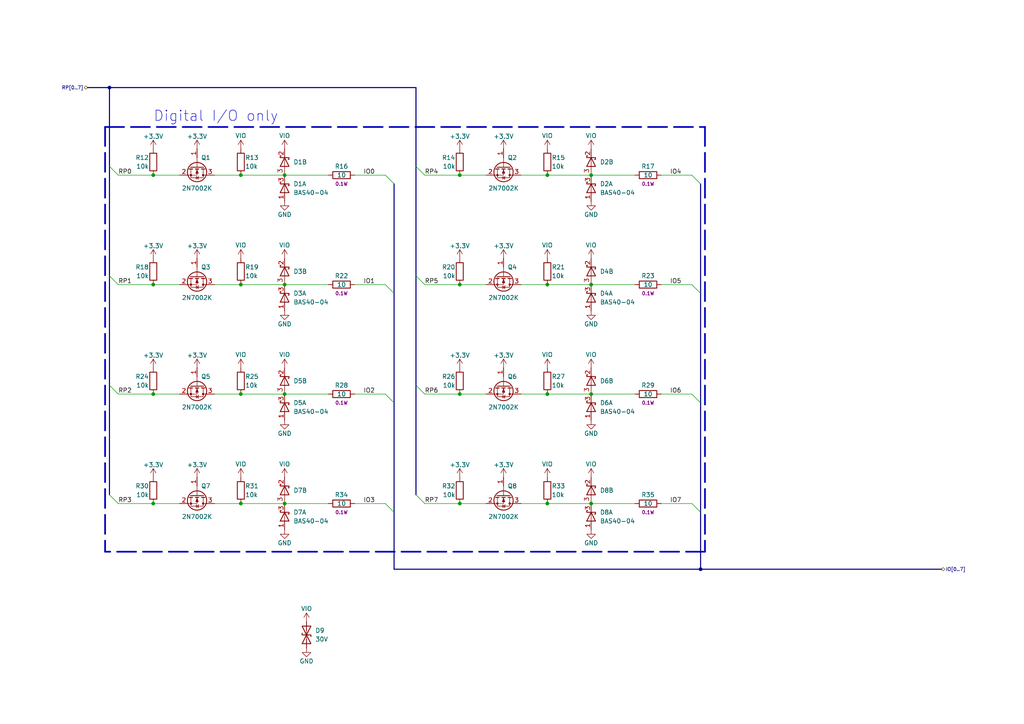
<source format=kicad_sch>
(kicad_sch (version 20211123) (generator eeschema)
  (paper "A4")
  (title_block (title "[canbrd] CAN IO board") (date "2022-10-08") (rev "3.2"))
  (lib_symbols
    (symbol "Device:D_Schottky_Dual_Series_AKC_Split" (pin_names (offset 0.762) hide)
      (property "Reference" "D" (at 0 2.54 0))
      (property "Value" "D_Schottky_Dual_Series_AKC_Split" (at 0 -2.54 0))
      (symbol "D_Schottky_Dual_Series_AKC_Split_0_1"
        (polyline (pts (xy -1.27 1.27) (xy 1.27 0) (xy -1.27 -1.27) (xy -1.27 1.27) (xy -1.27 1.27) (xy -1.27 1.27)) (stroke (width 0.254)))
        (polyline (pts (xy 1.778 1.016) (xy 1.778 1.27) (xy 1.27 1.27) (xy 1.27 -1.27) (xy 0.762 -1.27) (xy 0.762 -1.016)) (stroke (width 0.254)))
      )
      (symbol "D_Schottky_Dual_Series_AKC_Split_1_1"
        (polyline (pts (xy 1.27 0) (xy -1.27 0)))
        (pin passive line (at -3.81 0 0) (length 2.54) (name "A") (number "1"))
        (pin passive line (at 3.81 0 180) (length 2.54) (name "K") (number "3"))
      )
      (symbol "D_Schottky_Dual_Series_AKC_Split_2_0"
        (polyline (pts (xy 1.27 0) (xy -3.81 0)))
        (text "3" (at -2.54 1.27 0) (effects (font (size 1.27 1.27))))
      )
      (symbol "D_Schottky_Dual_Series_AKC_Split_2_1"
        (pin passive line (at 3.81 0 180) (length 2.54) (name "K") (number "2"))
      )
    )
    (symbol "Device:D_TVS" (pin_numbers hide) (pin_names (offset 1.016) hide)
      (property "Reference" "D" (at 0 2.54 0))
      (property "Value" "D_TVS" (at 0 -2.54 0))
      (symbol "D_TVS_0_1"
        (polyline (pts (xy 1.27 0) (xy -1.27 0)))
        (polyline (pts (xy 0.508 1.27) (xy 0 1.27) (xy 0 -1.27) (xy -0.508 -1.27)) (stroke (width 0.254)))
        (polyline (pts (xy -2.54 1.27) (xy -2.54 -1.27) (xy 2.54 1.27) (xy 2.54 -1.27) (xy -2.54 1.27)) (stroke (width 0.254)))
      )
      (symbol "D_TVS_1_1"
        (pin passive line (at -3.81 0 0) (length 2.54) (name "A1") (number "1"))
        (pin passive line (at 3.81 0 180) (length 2.54) (name "A2") (number "2"))
      )
    )
    (symbol "Device:R" (pin_numbers hide) (pin_names (offset 0))
      (property "Reference" "R" (at 2.032 0 90))
      (property "Value" "R" (at 0 0 90))
      (symbol "R_0_1"
        (rectangle (start -1.016 -2.54) (end 1.016 2.54) (stroke (width 0.254)))
      )
      (symbol "R_1_1"
        (pin passive line (at 0 3.81 270) (length 1.27) (name "~") (number "1"))
        (pin passive line (at 0 -3.81 90) (length 1.27) (name "~") (number "2"))
      )
    )
    (symbol "Transistor_FET:2N7002K" (pin_names hide)
      (property "Reference" "Q" (at 5.08 1.905 0))
      (property "Value" "2N7002K" (at 5.08 0 0))
      (symbol "2N7002K_0_1"
        (polyline (pts (xy 0.254 0) (xy -2.54 0)))
        (polyline (pts (xy 0.254 1.905) (xy 0.254 -1.905)) (stroke (width 0.254)))
        (polyline (pts (xy 0.762 -1.27) (xy 0.762 -2.286)) (stroke (width 0.254)))
        (polyline (pts (xy 0.762 0.508) (xy 0.762 -0.508)) (stroke (width 0.254)))
        (polyline (pts (xy 0.762 2.286) (xy 0.762 1.27)) (stroke (width 0.254)))
        (polyline (pts (xy 2.54 2.54) (xy 2.54 1.778)))
        (polyline (pts (xy 2.54 -2.54) (xy 2.54 0) (xy 0.762 0)))
        (polyline (pts (xy 0.762 -1.778) (xy 3.302 -1.778) (xy 3.302 1.778) (xy 0.762 1.778)))
        (polyline (pts (xy 1.016 0) (xy 2.032 0.381) (xy 2.032 -0.381) (xy 1.016 0)) (fill (type outline)))
        (polyline (pts (xy 2.794 0.508) (xy 2.921 0.381) (xy 3.683 0.381) (xy 3.81 0.254)))
        (polyline (pts (xy 3.302 0.381) (xy 2.921 -0.254) (xy 3.683 -0.254) (xy 3.302 0.381)))
        (circle (center 1.651 0) (radius 2.794) (stroke (width 0.254)))
        (circle (center 2.54 -1.778) (radius 0.254) (fill (type outline)))
        (circle (center 2.54 1.778) (radius 0.254) (fill (type outline)))
      )
      (symbol "2N7002K_1_1"
        (pin input line (at -5.08 0 0) (length 2.54) (name "G") (number "1"))
        (pin passive line (at 2.54 -5.08 90) (length 2.54) (name "S") (number "2"))
        (pin passive line (at 2.54 5.08 270) (length 2.54) (name "D") (number "3"))
      )
    )
    (symbol "power:+3.3V" (power) (pin_names (offset 0))
      (property "Value" "+3.3V" (at 0 3.556 0))
      (symbol "+3.3V_0_1"
        (polyline (pts (xy -0.762 1.27) (xy 0 2.54)))
        (polyline (pts (xy 0 0) (xy 0 2.54)))
        (polyline (pts (xy 0 2.54) (xy 0.762 1.27)))
      )
      (symbol "+3.3V_1_1"
        (pin power_in line (at 0 0 90) (length 0) hide (name "+3.3V") (number "1"))
      )
    )
    (symbol "power:GND" (power) (pin_names (offset 0))
      (property "Value" "GND" (at 0 -3.81 0))
      (symbol "GND_0_1"
        (polyline (pts (xy 0 0) (xy 0 -1.27) (xy 1.27 -1.27) (xy 0 -2.54) (xy -1.27 -1.27) (xy 0 -1.27)))
      )
      (symbol "GND_1_1"
        (pin power_in line (at 0 0 270) (length 0) hide (name "GND") (number "1"))
      )
    )
    (symbol "power_symbols:VIO" (power) (pin_names (offset 0))
      (property "Value" "VIO" (at 0 3.556 0))
      (symbol "VIO_0_1"
        (polyline (pts (xy -0.762 1.27) (xy 0 2.54)))
        (polyline (pts (xy 0 0) (xy 0 2.54)))
        (polyline (pts (xy 0 2.54) (xy 0.762 1.27)))
      )
      (symbol "VIO_1_1"
        (pin power_in line (at 0 0 90) (length 0) hide (name "VIO") (number "1"))
      )
    )
  )
  (junction (at 44.45 146.05))
  (junction (at 158.75 114.3))
  (junction (at 158.75 50.8))
  (junction (at 82.55 146.05))
  (junction (at 44.45 114.3))
  (junction (at 158.75 146.05))
  (junction (at 69.85 50.8))
  (junction (at 133.35 114.3))
  (junction (at 158.75 82.55))
  (junction (at 69.85 114.3))
  (junction (at 82.55 82.55))
  (junction (at 171.45 50.8))
  (junction (at 171.45 146.05))
  (junction (at 133.35 146.05))
  (junction (at 69.85 146.05))
  (junction (at 31.75 25.4))
  (junction (at 82.55 114.3))
  (junction (at 69.85 82.55))
  (junction (at 44.45 50.8))
  (junction (at 171.45 114.3))
  (junction (at 133.35 50.8))
  (junction (at 203.2 165.1))
  (junction (at 133.35 82.55))
  (junction (at 82.55 50.8))
  (junction (at 171.45 82.55))
  (junction (at 44.45 82.55))
  (bus_entry (at 203.2 85.09) (size -2.54 -2.54))
  (bus_entry (at 114.3 116.84) (size -2.54 -2.54))
  (bus_entry (at 31.75 111.76) (size 2.54 2.54))
  (bus_entry (at 31.75 80.01) (size 2.54 2.54))
  (bus_entry (at 120.65 111.76) (size 2.54 2.54))
  (bus_entry (at 120.65 80.01) (size 2.54 2.54))
  (bus_entry (at 31.75 143.51) (size 2.54 2.54))
  (bus_entry (at 114.3 53.34) (size -2.54 -2.54))
  (bus_entry (at 31.75 48.26) (size 2.54 2.54))
  (bus_entry (at 203.2 148.59) (size -2.54 -2.54))
  (bus_entry (at 203.2 116.84) (size -2.54 -2.54))
  (bus_entry (at 120.65 48.26) (size 2.54 2.54))
  (bus_entry (at 114.3 148.59) (size -2.54 -2.54))
  (bus_entry (at 120.65 143.51) (size 2.54 2.54))
  (bus_entry (at 114.3 85.09) (size -2.54 -2.54))
  (bus_entry (at 203.2 53.34) (size -2.54 -2.54))
  (polyline (pts (xy 204.47 160.02) (xy 30.48 160.02)) (stroke (width 0.5)))
  (wire (pts (xy 34.29 82.55) (xy 44.45 82.55)))
  (wire (pts (xy 158.75 146.05) (xy 171.45 146.05)))
  (wire (pts (xy 69.85 82.55) (xy 82.55 82.55)))
  (wire (pts (xy 44.45 146.05) (xy 52.07 146.05)))
  (bus (pts (xy 120.65 111.76) (xy 120.65 143.51)))
  (wire (pts (xy 151.13 82.55) (xy 158.75 82.55)))
  (wire (pts (xy 44.45 82.55) (xy 52.07 82.55)))
  (polyline (pts (xy 204.47 36.83) (xy 204.47 160.02)) (stroke (width 0.5)))
  (wire (pts (xy 62.23 82.55) (xy 69.85 82.55)))
  (bus (pts (xy 31.75 111.76) (xy 31.75 143.51)))
  (wire (pts (xy 82.55 146.05) (xy 95.25 146.05)))
  (bus (pts (xy 31.75 25.4) (xy 120.65 25.4)))
  (wire (pts (xy 34.29 50.8) (xy 44.45 50.8)))
  (wire (pts (xy 62.23 50.8) (xy 69.85 50.8)))
  (bus (pts (xy 203.2 148.59) (xy 203.2 165.1)))
  (bus (pts (xy 114.3 116.84) (xy 114.3 148.59)))
  (wire (pts (xy 151.13 146.05) (xy 158.75 146.05)))
  (bus (pts (xy 203.2 53.34) (xy 203.2 85.09)))
  (wire (pts (xy 34.29 146.05) (xy 44.45 146.05)))
  (wire (pts (xy 123.19 82.55) (xy 133.35 82.55)))
  (wire (pts (xy 158.75 82.55) (xy 171.45 82.55)))
  (bus (pts (xy 114.3 85.09) (xy 114.3 116.84)))
  (wire (pts (xy 133.35 50.8) (xy 140.97 50.8)))
  (bus (pts (xy 120.65 48.26) (xy 120.65 80.01)))
  (wire (pts (xy 133.35 146.05) (xy 140.97 146.05)))
  (bus (pts (xy 120.65 25.4) (xy 120.65 48.26)))
  (wire (pts (xy 133.35 82.55) (xy 140.97 82.55)))
  (wire (pts (xy 191.77 50.8) (xy 200.66 50.8)))
  (bus (pts (xy 31.75 25.4) (xy 31.75 48.26)))
  (wire (pts (xy 191.77 114.3) (xy 200.66 114.3)))
  (wire (pts (xy 171.45 114.3) (xy 184.15 114.3)))
  (wire (pts (xy 171.45 50.8) (xy 184.15 50.8)))
  (wire (pts (xy 69.85 114.3) (xy 82.55 114.3)))
  (bus (pts (xy 203.2 165.1) (xy 273.05 165.1)))
  (wire (pts (xy 171.45 82.55) (xy 184.15 82.55)))
  (wire (pts (xy 171.45 146.05) (xy 184.15 146.05)))
  (wire (pts (xy 102.87 146.05) (xy 111.76 146.05)))
  (wire (pts (xy 34.29 114.3) (xy 44.45 114.3)))
  (bus (pts (xy 114.3 148.59) (xy 114.3 165.1)))
  (bus (pts (xy 120.65 80.01) (xy 120.65 111.76)))
  (wire (pts (xy 82.55 114.3) (xy 95.25 114.3)))
  (wire (pts (xy 69.85 146.05) (xy 82.55 146.05)))
  (wire (pts (xy 69.85 50.8) (xy 82.55 50.8)))
  (bus (pts (xy 203.2 85.09) (xy 203.2 116.84)))
  (polyline (pts (xy 30.48 36.83) (xy 204.47 36.83)) (stroke (width 0.5)))
  (bus (pts (xy 114.3 53.34) (xy 114.3 85.09)))
  (wire (pts (xy 102.87 114.3) (xy 111.76 114.3)))
  (wire (pts (xy 62.23 146.05) (xy 69.85 146.05)))
  (bus (pts (xy 31.75 80.01) (xy 31.75 111.76)))
  (wire (pts (xy 158.75 114.3) (xy 171.45 114.3)))
  (wire (pts (xy 133.35 114.3) (xy 140.97 114.3)))
  (bus (pts (xy 31.75 48.26) (xy 31.75 80.01)))
  (wire (pts (xy 123.19 146.05) (xy 133.35 146.05)))
  (wire (pts (xy 191.77 146.05) (xy 200.66 146.05)))
  (wire (pts (xy 102.87 82.55) (xy 111.76 82.55)))
  (polyline (pts (xy 30.48 36.83) (xy 30.48 160.02)) (stroke (width 0.5)))
  (wire (pts (xy 151.13 114.3) (xy 158.75 114.3)))
  (wire (pts (xy 82.55 50.8) (xy 95.25 50.8)))
  (wire (pts (xy 62.23 114.3) (xy 69.85 114.3)))
  (wire (pts (xy 191.77 82.55) (xy 200.66 82.55)))
  (bus (pts (xy 203.2 116.84) (xy 203.2 148.59)))
  (wire (pts (xy 123.19 114.3) (xy 133.35 114.3)))
  (wire (pts (xy 82.55 82.55) (xy 95.25 82.55)))
  (bus (pts (xy 203.2 165.1) (xy 114.3 165.1)))
  (wire (pts (xy 44.45 50.8) (xy 52.07 50.8)))
  (wire (pts (xy 151.13 50.8) (xy 158.75 50.8)))
  (wire (pts (xy 44.45 114.3) (xy 52.07 114.3)))
  (wire (pts (xy 158.75 50.8) (xy 171.45 50.8)))
  (wire (pts (xy 102.87 50.8) (xy 111.76 50.8)))
  (bus (pts (xy 25.4 25.4) (xy 31.75 25.4)))
  (wire (pts (xy 123.19 50.8) (xy 133.35 50.8)))
  (text "Digital I/O only" (at 44.45 35.56 0) (effects (font (size 3 3)) (justify left bottom)))
  (label "IO6" (at 194.31 114.3 0))
  (label "RP4" (at 123.19 50.8 0))
  (label "RP2" (at 34.29 114.3 0))
  (label "IO5" (at 194.31 82.55 0))
  (label "IO7" (at 194.31 146.05 0))
  (label "RP1" (at 34.29 82.55 0))
  (label "IO2" (at 105.41 114.3 0))
  (label "RP0" (at 34.29 50.8 0))
  (label "IO0" (at 105.41 50.8 0))
  (label "IO1" (at 105.41 82.55 0))
  (label "IO3" (at 105.41 146.05 0))
  (label "RP6" (at 123.19 114.3 0))
  (label "RP3" (at 34.29 146.05 0))
  (label "RP5" (at 123.19 82.55 0))
  (label "RP7" (at 123.19 146.05 0))
  (label "IO4" (at 194.31 50.8 0))
  (hierarchical_label "IO[0..7]" (shape bidirectional) (at 273.05 165.1 0) (effects (font (size 1 1))))
  (hierarchical_label "RP[0..7]" (shape bidirectional) (at 25.4 25.4 180) (effects (font (size 1 1))))
  (symbol (lib_id "Device:D_Schottky_Dual_Series_AKC_Split") (at 82.55 46.99 90) (unit 2)
    (property "Reference" "D1" (at 85.09 46.99 90) (effects (justify right)))
    (property "Value" "BAS40-04" (effects hide))
    (property "Footprint" "Package_TO_SOT_SMD:SOT-23" (effects hide))
  )
  (symbol (lib_id "Transistor_FET:2N7002K") (at 57.15 80.01 270) (unit 1)
    (property "Reference" "Q3" (at 59.69 77.47 90))
    (property "Value" "2N7002K" (at 57.15 86.36 90))
    (property "Footprint" "Package_TO_SOT_SMD:SOT-23" (effects hide))
    (property "Datasheet" "https://www.diodes.com/assets/Datasheets/ds30896.pdf" (effects hide))
  )
  (symbol (lib_id "power_symbols:VIO") (at 158.75 74.93 0) (unit 1)
    (property "Reference" "#PWR044" (effects hide))
    (property "Value" "VIO" (at 158.75 71.12 0))
  )
  (symbol (lib_id "Device:D_Schottky_Dual_Series_AKC_Split") (at 171.45 86.36 90) (unit 1)
    (property "Reference" "D4" (at 173.99 85.09 90) (effects (justify right)))
    (property "Value" "BAS40-04" (at 173.99 87.63 90) (effects (justify right)))
    (property "Footprint" "Package_TO_SOT_SMD:SOT-23" (effects hide))
  )
  (symbol (lib_id "Device:R") (at 44.45 78.74 0) (mirror y) (unit 1)
    (property "Reference" "R18" (at 43.18 77.47 0) (effects (justify left)))
    (property "Value" "10k" (at 43.18 80.01 0) (effects (justify left)))
    (property "Footprint" "Resistor_SMD:R_0603_1608Metric" (effects hide))
  )
  (symbol (lib_id "power_symbols:VIO") (at 69.85 106.68 0) (unit 1)
    (property "Reference" "#PWR050" (effects hide))
    (property "Value" "VIO" (at 69.85 102.87 0))
  )
  (symbol (lib_id "power:GND") (at 171.45 121.92 0) (unit 1)
    (property "Reference" "#PWR057" (effects hide))
    (property "Value" "GND" (at 171.45 125.73 0))
  )
  (symbol (lib_id "power_symbols:VIO") (at 171.45 74.93 0) (unit 1)
    (property "Reference" "#PWR045" (effects hide))
    (property "Value" "VIO" (at 171.45 71.12 0))
  )
  (symbol (lib_id "Device:D_Schottky_Dual_Series_AKC_Split") (at 82.55 78.74 90) (unit 2)
    (property "Reference" "D3" (at 85.09 78.74 90) (effects (justify right)))
    (property "Value" "BAS40-04" (effects hide))
    (property "Footprint" "Package_TO_SOT_SMD:SOT-23" (effects hide))
  )
  (symbol (lib_id "power_symbols:VIO") (at 158.75 106.68 0) (unit 1)
    (property "Reference" "#PWR054" (effects hide))
    (property "Value" "VIO" (at 158.75 102.87 0))
  )
  (symbol (lib_id "Device:R") (at 187.96 114.3 90) (unit 1)
    (property "Reference" "R29" (at 187.96 111.76 90))
    (property "Value" "10" (at 187.96 114.3 90))
    (property "Footprint" "Resistor_SMD:R_0603_1608Metric" (effects hide))
    (property "Power" "0.1W" (at 187.96 116.84 90) (effects (font (size 1 1))))
  )
  (symbol (lib_id "power_symbols:VIO") (at 158.75 138.43 0) (unit 1)
    (property "Reference" "#PWR064" (effects hide))
    (property "Value" "VIO" (at 158.75 134.62 0))
  )
  (symbol (lib_id "power_symbols:VIO") (at 171.45 43.18 0) (unit 1)
    (property "Reference" "#PWR035" (effects hide))
    (property "Value" "VIO" (at 171.45 39.37 0))
  )
  (symbol (lib_id "Device:D_TVS") (at 88.9 184.15 90) (unit 1)
    (property "Reference" "D9" (at 91.44 182.8799 90) (effects (justify right)))
    (property "Value" "30V" (at 91.44 185.4199 90) (effects (justify right)))
    (property "Footprint" "Diode_SMD:D_SMB" (effects hide))
  )
  (symbol (lib_id "Device:D_Schottky_Dual_Series_AKC_Split") (at 171.45 149.86 90) (unit 1)
    (property "Reference" "D8" (at 173.99 148.59 90) (effects (justify right)))
    (property "Value" "BAS40-04" (at 173.99 151.13 90) (effects (justify right)))
    (property "Footprint" "Package_TO_SOT_SMD:SOT-23" (effects hide))
  )
  (symbol (lib_id "Device:R") (at 187.96 82.55 90) (unit 1)
    (property "Reference" "R23" (at 187.96 80.01 90))
    (property "Value" "10" (at 187.96 82.55 90))
    (property "Footprint" "Resistor_SMD:R_0603_1608Metric" (effects hide))
    (property "Power" "0.1W" (at 187.96 85.09 90) (effects (font (size 1 1))))
  )
  (symbol (lib_id "Device:D_Schottky_Dual_Series_AKC_Split") (at 82.55 110.49 90) (unit 2)
    (property "Reference" "D5" (at 85.09 110.49 90) (effects (justify right)))
    (property "Value" "BAS40-04" (effects hide))
    (property "Footprint" "Package_TO_SOT_SMD:SOT-23" (effects hide))
  )
  (symbol (lib_id "power_symbols:VIO") (at 171.45 138.43 0) (unit 1)
    (property "Reference" "#PWR065" (effects hide))
    (property "Value" "VIO" (at 171.45 134.62 0))
  )
  (symbol (lib_id "Device:D_Schottky_Dual_Series_AKC_Split") (at 82.55 118.11 90) (unit 1)
    (property "Reference" "D5" (at 85.09 116.84 90) (effects (justify right)))
    (property "Value" "BAS40-04" (at 85.09 119.38 90) (effects (justify right)))
    (property "Footprint" "Package_TO_SOT_SMD:SOT-23" (effects hide))
  )
  (symbol (lib_id "Device:R") (at 44.45 110.49 0) (mirror y) (unit 1)
    (property "Reference" "R24" (at 43.18 109.22 0) (effects (justify left)))
    (property "Value" "10k" (at 43.18 111.76 0) (effects (justify left)))
    (property "Footprint" "Resistor_SMD:R_0603_1608Metric" (effects hide))
  )
  (symbol (lib_id "Device:R") (at 158.75 78.74 0) (unit 1)
    (property "Reference" "R21" (at 160.02 77.47 0) (effects (justify left)))
    (property "Value" "10k" (at 160.02 80.01 0) (effects (justify left)))
    (property "Footprint" "Resistor_SMD:R_0603_1608Metric" (effects hide))
  )
  (symbol (lib_id "power:+3.3V") (at 133.35 43.18 0) (unit 1)
    (property "Reference" "#PWR032" (effects hide))
    (property "Value" "+3.3V" (at 133.35 39.5755 0))
  )
  (symbol (lib_id "Transistor_FET:2N7002K") (at 57.15 48.26 270) (unit 1)
    (property "Reference" "Q1" (at 59.69 45.72 90))
    (property "Value" "2N7002K" (at 57.15 54.61 90))
    (property "Footprint" "Package_TO_SOT_SMD:SOT-23" (effects hide))
    (property "Datasheet" "https://www.diodes.com/assets/Datasheets/ds30896.pdf" (effects hide))
  )
  (symbol (lib_id "Transistor_FET:2N7002K") (at 146.05 111.76 270) (unit 1)
    (property "Reference" "Q6" (at 148.59 109.22 90))
    (property "Value" "2N7002K" (at 146.05 118.11 90))
    (property "Footprint" "Package_TO_SOT_SMD:SOT-23" (effects hide))
    (property "Datasheet" "https://www.diodes.com/assets/Datasheets/ds30896.pdf" (effects hide))
  )
  (symbol (lib_id "Device:D_Schottky_Dual_Series_AKC_Split") (at 171.45 78.74 90) (unit 2)
    (property "Reference" "D4" (at 173.99 78.74 90) (effects (justify right)))
    (property "Value" "BAS40-04" (effects hide))
    (property "Footprint" "Package_TO_SOT_SMD:SOT-23" (effects hide))
  )
  (symbol (lib_id "Device:R") (at 187.96 146.05 90) (unit 1)
    (property "Reference" "R35" (at 187.96 143.51 90))
    (property "Value" "10" (at 187.96 146.05 90))
    (property "Footprint" "Resistor_SMD:R_0603_1608Metric" (effects hide))
    (property "Power" "0.1W" (at 187.96 148.59 90) (effects (font (size 1 1))))
  )
  (symbol (lib_id "Device:R") (at 69.85 46.99 0) (unit 1)
    (property "Reference" "R13" (at 71.12 45.72 0) (effects (justify left)))
    (property "Value" "10k" (at 71.12 48.26 0) (effects (justify left)))
    (property "Footprint" "Resistor_SMD:R_0603_1608Metric" (effects hide))
  )
  (symbol (lib_id "power_symbols:VIO") (at 69.85 74.93 0) (unit 1)
    (property "Reference" "#PWR040" (effects hide))
    (property "Value" "VIO" (at 69.85 71.12 0))
  )
  (symbol (lib_id "Device:D_Schottky_Dual_Series_AKC_Split") (at 82.55 142.24 90) (unit 2)
    (property "Reference" "D7" (at 85.09 142.24 90) (effects (justify right)))
    (property "Value" "BAS40-04" (effects hide))
    (property "Footprint" "Package_TO_SOT_SMD:SOT-23" (effects hide))
  )
  (symbol (lib_id "Device:D_Schottky_Dual_Series_AKC_Split") (at 82.55 54.61 90) (unit 1)
    (property "Reference" "D1" (at 85.09 53.34 90) (effects (justify right)))
    (property "Value" "BAS40-04" (at 85.09 55.88 90) (effects (justify right)))
    (property "Footprint" "Package_TO_SOT_SMD:SOT-23" (effects hide))
  )
  (symbol (lib_id "Transistor_FET:2N7002K") (at 146.05 80.01 270) (unit 1)
    (property "Reference" "Q4" (at 148.59 77.47 90))
    (property "Value" "2N7002K" (at 146.05 86.36 90))
    (property "Footprint" "Package_TO_SOT_SMD:SOT-23" (effects hide))
    (property "Datasheet" "https://www.diodes.com/assets/Datasheets/ds30896.pdf" (effects hide))
  )
  (symbol (lib_id "Device:R") (at 99.06 82.55 90) (unit 1)
    (property "Reference" "R22" (at 99.06 80.01 90))
    (property "Value" "10" (at 99.06 82.55 90))
    (property "Footprint" "Resistor_SMD:R_0603_1608Metric" (effects hide))
    (property "Power" "0.1W" (at 99.06 85.09 90) (effects (font (size 1 1))))
  )
  (symbol (lib_id "power:GND") (at 82.55 90.17 0) (unit 1)
    (property "Reference" "#PWR046" (effects hide))
    (property "Value" "GND" (at 82.55 93.98 0))
  )
  (symbol (lib_id "Device:R") (at 99.06 146.05 90) (unit 1)
    (property "Reference" "R34" (at 99.06 143.51 90))
    (property "Value" "10" (at 99.06 146.05 90))
    (property "Footprint" "Resistor_SMD:R_0603_1608Metric" (effects hide))
    (property "Power" "0.1W" (at 99.06 148.59 90) (effects (font (size 1 1))))
  )
  (symbol (lib_id "Device:R") (at 99.06 114.3 90) (unit 1)
    (property "Reference" "R28" (at 99.06 111.76 90))
    (property "Value" "10" (at 99.06 114.3 90))
    (property "Footprint" "Resistor_SMD:R_0603_1608Metric" (effects hide))
    (property "Power" "0.1W" (at 99.06 116.84 90) (effects (font (size 1 1))))
  )
  (symbol (lib_id "power:+3.3V") (at 146.05 106.68 0) (unit 1)
    (property "Reference" "#PWR053" (effects hide))
    (property "Value" "+3.3V" (at 146.05 103.0755 0))
  )
  (symbol (lib_id "Transistor_FET:2N7002K") (at 146.05 48.26 270) (unit 1)
    (property "Reference" "Q2" (at 148.59 45.72 90))
    (property "Value" "2N7002K" (at 146.05 54.61 90))
    (property "Footprint" "Package_TO_SOT_SMD:SOT-23" (effects hide))
    (property "Datasheet" "https://www.diodes.com/assets/Datasheets/ds30896.pdf" (effects hide))
  )
  (symbol (lib_id "power:+3.3V") (at 146.05 74.93 0) (unit 1)
    (property "Reference" "#PWR043" (effects hide))
    (property "Value" "+3.3V" (at 146.05 71.3255 0))
  )
  (symbol (lib_id "power_symbols:VIO") (at 69.85 43.18 0) (unit 1)
    (property "Reference" "#PWR030" (effects hide))
    (property "Value" "VIO" (at 69.85 39.37 0))
  )
  (symbol (lib_id "power_symbols:VIO") (at 82.55 43.18 0) (unit 1)
    (property "Reference" "#PWR031" (effects hide))
    (property "Value" "VIO" (at 82.55 39.37 0))
  )
  (symbol (lib_id "power:GND") (at 171.45 58.42 0) (unit 1)
    (property "Reference" "#PWR037" (effects hide))
    (property "Value" "GND" (at 171.45 62.23 0))
  )
  (symbol (lib_id "Device:R") (at 44.45 142.24 0) (mirror y) (unit 1)
    (property "Reference" "R30" (at 43.18 140.97 0) (effects (justify left)))
    (property "Value" "10k" (at 43.18 143.51 0) (effects (justify left)))
    (property "Footprint" "Resistor_SMD:R_0603_1608Metric" (effects hide))
  )
  (symbol (lib_id "Device:R") (at 158.75 142.24 0) (unit 1)
    (property "Reference" "R33" (at 160.02 140.97 0) (effects (justify left)))
    (property "Value" "10k" (at 160.02 143.51 0) (effects (justify left)))
    (property "Footprint" "Resistor_SMD:R_0603_1608Metric" (effects hide))
  )
  (symbol (lib_id "power:+3.3V") (at 57.15 74.93 0) (unit 1)
    (property "Reference" "#PWR039" (effects hide))
    (property "Value" "+3.3V" (at 57.15 71.3255 0))
  )
  (symbol (lib_id "Device:D_Schottky_Dual_Series_AKC_Split") (at 171.45 46.99 90) (unit 2)
    (property "Reference" "D2" (at 173.99 46.99 90) (effects (justify right)))
    (property "Value" "BAS40-04" (effects hide))
    (property "Footprint" "Package_TO_SOT_SMD:SOT-23" (effects hide))
  )
  (symbol (lib_id "power:+3.3V") (at 44.45 43.18 0) (unit 1)
    (property "Reference" "#PWR028" (effects hide))
    (property "Value" "+3.3V" (at 44.45 39.5755 0))
  )
  (symbol (lib_id "power:GND") (at 82.55 121.92 0) (unit 1)
    (property "Reference" "#PWR056" (effects hide))
    (property "Value" "GND" (at 82.55 125.73 0))
  )
  (symbol (lib_id "Device:D_Schottky_Dual_Series_AKC_Split") (at 82.55 149.86 90) (unit 1)
    (property "Reference" "D7" (at 85.09 148.59 90) (effects (justify right)))
    (property "Value" "BAS40-04" (at 85.09 151.13 90) (effects (justify right)))
    (property "Footprint" "Package_TO_SOT_SMD:SOT-23" (effects hide))
  )
  (symbol (lib_id "Transistor_FET:2N7002K") (at 146.05 143.51 270) (unit 1)
    (property "Reference" "Q8" (at 148.59 140.97 90))
    (property "Value" "2N7002K" (at 146.05 149.86 90))
    (property "Footprint" "Package_TO_SOT_SMD:SOT-23" (effects hide))
    (property "Datasheet" "https://www.diodes.com/assets/Datasheets/ds30896.pdf" (effects hide))
  )
  (symbol (lib_id "power:+3.3V") (at 57.15 138.43 0) (unit 1)
    (property "Reference" "#PWR059" (effects hide))
    (property "Value" "+3.3V" (at 57.15 134.8255 0))
  )
  (symbol (lib_id "power:+3.3V") (at 146.05 43.18 0) (unit 1)
    (property "Reference" "#PWR033" (effects hide))
    (property "Value" "+3.3V" (at 146.05 39.5755 0))
  )
  (symbol (lib_id "power_symbols:VIO") (at 82.55 106.68 0) (unit 1)
    (property "Reference" "#PWR051" (effects hide))
    (property "Value" "VIO" (at 82.55 102.87 0))
  )
  (symbol (lib_id "power:GND") (at 82.55 153.67 0) (unit 1)
    (property "Reference" "#PWR066" (effects hide))
    (property "Value" "GND" (at 82.55 157.48 0))
  )
  (symbol (lib_id "Device:R") (at 44.45 46.99 0) (mirror y) (unit 1)
    (property "Reference" "R12" (at 43.18 45.72 0) (effects (justify left)))
    (property "Value" "10k" (at 43.18 48.26 0) (effects (justify left)))
    (property "Footprint" "Resistor_SMD:R_0603_1608Metric" (effects hide))
  )
  (symbol (lib_id "Device:D_Schottky_Dual_Series_AKC_Split") (at 171.45 118.11 90) (unit 1)
    (property "Reference" "D6" (at 173.99 116.84 90) (effects (justify right)))
    (property "Value" "BAS40-04" (at 173.99 119.38 90) (effects (justify right)))
    (property "Footprint" "Package_TO_SOT_SMD:SOT-23" (effects hide))
  )
  (symbol (lib_id "Transistor_FET:2N7002K") (at 57.15 111.76 270) (unit 1)
    (property "Reference" "Q5" (at 59.69 109.22 90))
    (property "Value" "2N7002K" (at 57.15 118.11 90))
    (property "Footprint" "Package_TO_SOT_SMD:SOT-23" (effects hide))
    (property "Datasheet" "https://www.diodes.com/assets/Datasheets/ds30896.pdf" (effects hide))
  )
  (symbol (lib_id "Device:R") (at 158.75 46.99 0) (unit 1)
    (property "Reference" "R15" (at 160.02 45.72 0) (effects (justify left)))
    (property "Value" "10k" (at 160.02 48.26 0) (effects (justify left)))
    (property "Footprint" "Resistor_SMD:R_0603_1608Metric" (effects hide))
  )
  (symbol (lib_id "power_symbols:VIO") (at 82.55 138.43 0) (unit 1)
    (property "Reference" "#PWR061" (effects hide))
    (property "Value" "VIO" (at 82.55 134.62 0))
  )
  (symbol (lib_id "power:+3.3V") (at 44.45 74.93 0) (unit 1)
    (property "Reference" "#PWR038" (effects hide))
    (property "Value" "+3.3V" (at 44.45 71.3255 0))
  )
  (symbol (lib_id "power_symbols:VIO") (at 88.9 180.34 0) (unit 1)
    (property "Reference" "#PWR068" (effects hide))
    (property "Value" "VIO" (at 88.9 176.53 0))
  )
  (symbol (lib_id "Device:D_Schottky_Dual_Series_AKC_Split") (at 171.45 110.49 90) (unit 2)
    (property "Reference" "D6" (at 173.99 110.49 90) (effects (justify right)))
    (property "Value" "BAS40-04" (effects hide))
    (property "Footprint" "Package_TO_SOT_SMD:SOT-23" (effects hide))
  )
  (symbol (lib_id "Device:R") (at 187.96 50.8 90) (unit 1)
    (property "Reference" "R17" (at 187.96 48.26 90))
    (property "Value" "10" (at 187.96 50.8 90))
    (property "Footprint" "Resistor_SMD:R_0603_1608Metric" (effects hide))
    (property "Power" "0.1W" (at 187.96 53.34 90) (effects (font (size 1 1))))
  )
  (symbol (lib_id "Device:R") (at 99.06 50.8 90) (unit 1)
    (property "Reference" "R16" (at 99.06 48.26 90))
    (property "Value" "10" (at 99.06 50.8 90))
    (property "Footprint" "Resistor_SMD:R_0603_1608Metric" (effects hide))
    (property "Power" "0.1W" (at 99.06 53.34 90) (effects (font (size 1 1))))
  )
  (symbol (lib_id "Device:R") (at 133.35 46.99 0) (mirror y) (unit 1)
    (property "Reference" "R14" (at 132.08 45.72 0) (effects (justify left)))
    (property "Value" "10k" (at 132.08 48.26 0) (effects (justify left)))
    (property "Footprint" "Resistor_SMD:R_0603_1608Metric" (effects hide))
  )
  (symbol (lib_id "power_symbols:VIO") (at 171.45 106.68 0) (unit 1)
    (property "Reference" "#PWR055" (effects hide))
    (property "Value" "VIO" (at 171.45 102.87 0))
  )
  (symbol (lib_id "Device:D_Schottky_Dual_Series_AKC_Split") (at 171.45 54.61 90) (unit 1)
    (property "Reference" "D2" (at 173.99 53.34 90) (effects (justify right)))
    (property "Value" "BAS40-04" (at 173.99 55.88 90) (effects (justify right)))
    (property "Footprint" "Package_TO_SOT_SMD:SOT-23" (effects hide))
  )
  (symbol (lib_id "power:+3.3V") (at 133.35 138.43 0) (unit 1)
    (property "Reference" "#PWR062" (effects hide))
    (property "Value" "+3.3V" (at 133.35 134.8255 0))
  )
  (symbol (lib_id "power:GND") (at 171.45 90.17 0) (unit 1)
    (property "Reference" "#PWR047" (effects hide))
    (property "Value" "GND" (at 171.45 93.98 0))
  )
  (symbol (lib_id "power:+3.3V") (at 133.35 106.68 0) (unit 1)
    (property "Reference" "#PWR052" (effects hide))
    (property "Value" "+3.3V" (at 133.35 103.0755 0))
  )
  (symbol (lib_id "Device:D_Schottky_Dual_Series_AKC_Split") (at 171.45 142.24 90) (unit 2)
    (property "Reference" "D8" (at 173.99 142.24 90) (effects (justify right)))
    (property "Value" "BAS40-04" (effects hide))
    (property "Footprint" "Package_TO_SOT_SMD:SOT-23" (effects hide))
  )
  (symbol (lib_id "Transistor_FET:2N7002K") (at 57.15 143.51 270) (unit 1)
    (property "Reference" "Q7" (at 59.69 140.97 90))
    (property "Value" "2N7002K" (at 57.15 149.86 90))
    (property "Footprint" "Package_TO_SOT_SMD:SOT-23" (effects hide))
    (property "Datasheet" "https://www.diodes.com/assets/Datasheets/ds30896.pdf" (effects hide))
  )
  (symbol (lib_id "Device:R") (at 69.85 110.49 0) (unit 1)
    (property "Reference" "R25" (at 71.12 109.22 0) (effects (justify left)))
    (property "Value" "10k" (at 71.12 111.76 0) (effects (justify left)))
    (property "Footprint" "Resistor_SMD:R_0603_1608Metric" (effects hide))
  )
  (symbol (lib_id "power:+3.3V") (at 57.15 43.18 0) (unit 1)
    (property "Reference" "#PWR029" (effects hide))
    (property "Value" "+3.3V" (at 57.15 39.5755 0))
  )
  (symbol (lib_id "power:GND") (at 88.9 187.96 0) (unit 1)
    (property "Reference" "#PWR069" (effects hide))
    (property "Value" "GND" (at 88.9 191.77 0))
  )
  (symbol (lib_id "power:GND") (at 82.55 58.42 0) (unit 1)
    (property "Reference" "#PWR036" (effects hide))
    (property "Value" "GND" (at 82.55 62.23 0))
  )
  (symbol (lib_id "Device:R") (at 158.75 110.49 0) (unit 1)
    (property "Reference" "R27" (at 160.02 109.22 0) (effects (justify left)))
    (property "Value" "10k" (at 160.02 111.76 0) (effects (justify left)))
    (property "Footprint" "Resistor_SMD:R_0603_1608Metric" (effects hide))
  )
  (symbol (lib_id "power:+3.3V") (at 44.45 138.43 0) (unit 1)
    (property "Reference" "#PWR058" (effects hide))
    (property "Value" "+3.3V" (at 44.45 134.8255 0))
  )
  (symbol (lib_id "power_symbols:VIO") (at 82.55 74.93 0) (unit 1)
    (property "Reference" "#PWR041" (effects hide))
    (property "Value" "VIO" (at 82.55 71.12 0))
  )
  (symbol (lib_id "power:GND") (at 171.45 153.67 0) (unit 1)
    (property "Reference" "#PWR067" (effects hide))
    (property "Value" "GND" (at 171.45 157.48 0))
  )
  (symbol (lib_id "Device:R") (at 133.35 110.49 0) (mirror y) (unit 1)
    (property "Reference" "R26" (at 132.08 109.22 0) (effects (justify left)))
    (property "Value" "10k" (at 132.08 111.76 0) (effects (justify left)))
    (property "Footprint" "Resistor_SMD:R_0603_1608Metric" (effects hide))
  )
  (symbol (lib_id "Device:R") (at 133.35 78.74 0) (mirror y) (unit 1)
    (property "Reference" "R20" (at 132.08 77.47 0) (effects (justify left)))
    (property "Value" "10k" (at 132.08 80.01 0) (effects (justify left)))
    (property "Footprint" "Resistor_SMD:R_0603_1608Metric" (effects hide))
  )
  (symbol (lib_id "power:+3.3V") (at 146.05 138.43 0) (unit 1)
    (property "Reference" "#PWR063" (effects hide))
    (property "Value" "+3.3V" (at 146.05 134.8255 0))
  )
  (symbol (lib_id "Device:R") (at 69.85 142.24 0) (unit 1)
    (property "Reference" "R31" (at 71.12 140.97 0) (effects (justify left)))
    (property "Value" "10k" (at 71.12 143.51 0) (effects (justify left)))
    (property "Footprint" "Resistor_SMD:R_0603_1608Metric" (effects hide))
  )
  (symbol (lib_id "power_symbols:VIO") (at 158.75 43.18 0) (unit 1)
    (property "Reference" "#PWR034" (effects hide))
    (property "Value" "VIO" (at 158.75 39.37 0))
  )
  (symbol (lib_id "Device:D_Schottky_Dual_Series_AKC_Split") (at 82.55 86.36 90) (unit 1)
    (property "Reference" "D3" (at 85.09 85.09 90) (effects (justify right)))
    (property "Value" "BAS40-04" (at 85.09 87.63 90) (effects (justify right)))
    (property "Footprint" "Package_TO_SOT_SMD:SOT-23" (effects hide))
  )
  (symbol (lib_id "power:+3.3V") (at 44.45 106.68 0) (unit 1)
    (property "Reference" "#PWR048" (effects hide))
    (property "Value" "+3.3V" (at 44.45 103.0755 0))
  )
  (symbol (lib_id "power:+3.3V") (at 57.15 106.68 0) (unit 1)
    (property "Reference" "#PWR049" (effects hide))
    (property "Value" "+3.3V" (at 57.15 103.0755 0))
  )
  (symbol (lib_id "power:+3.3V") (at 133.35 74.93 0) (unit 1)
    (property "Reference" "#PWR042" (effects hide))
    (property "Value" "+3.3V" (at 133.35 71.3255 0))
  )
  (symbol (lib_id "power_symbols:VIO") (at 69.85 138.43 0) (unit 1)
    (property "Reference" "#PWR060" (effects hide))
    (property "Value" "VIO" (at 69.85 134.62 0))
  )
  (symbol (lib_id "Device:R") (at 133.35 142.24 0) (mirror y) (unit 1)
    (property "Reference" "R32" (at 132.08 140.97 0) (effects (justify left)))
    (property "Value" "10k" (at 132.08 143.51 0) (effects (justify left)))
    (property "Footprint" "Resistor_SMD:R_0603_1608Metric" (effects hide))
  )
  (symbol (lib_id "Device:R") (at 69.85 78.74 0) (unit 1)
    (property "Reference" "R19" (at 71.12 77.47 0) (effects (justify left)))
    (property "Value" "10k" (at 71.12 80.01 0) (effects (justify left)))
    (property "Footprint" "Resistor_SMD:R_0603_1608Metric" (effects hide))
  )
)
</source>
